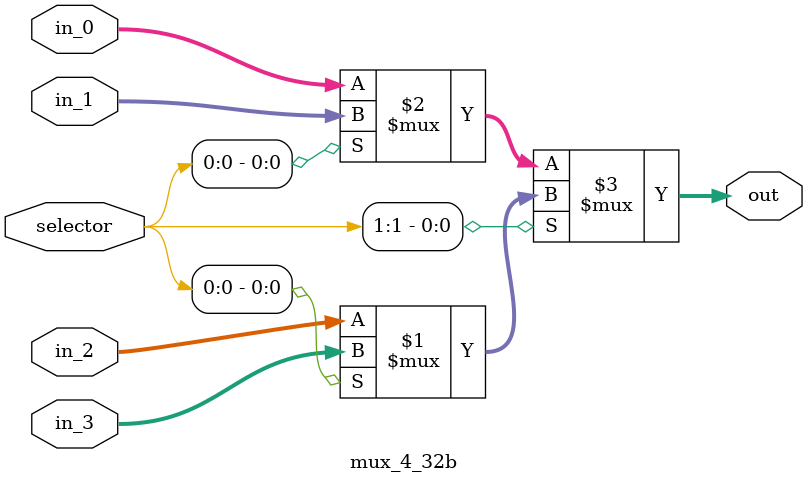
<source format=v>
module mux_4_32b(
    input wire [1:0] selector,
    input wire [31:0] in_0 ,    // PC
    input wire [31:0] in_1 ,    // A
    input wire [31:0] in_2 ,    // B
    input wire [31:0] in_3  ,   // ALU_Out
    output wire [31:0] out
);

    assign out = (selector[1] ? (selector[0] ? in_3 : in_2) : (selector[0] ? in_1 : in_0));

endmodule

</source>
